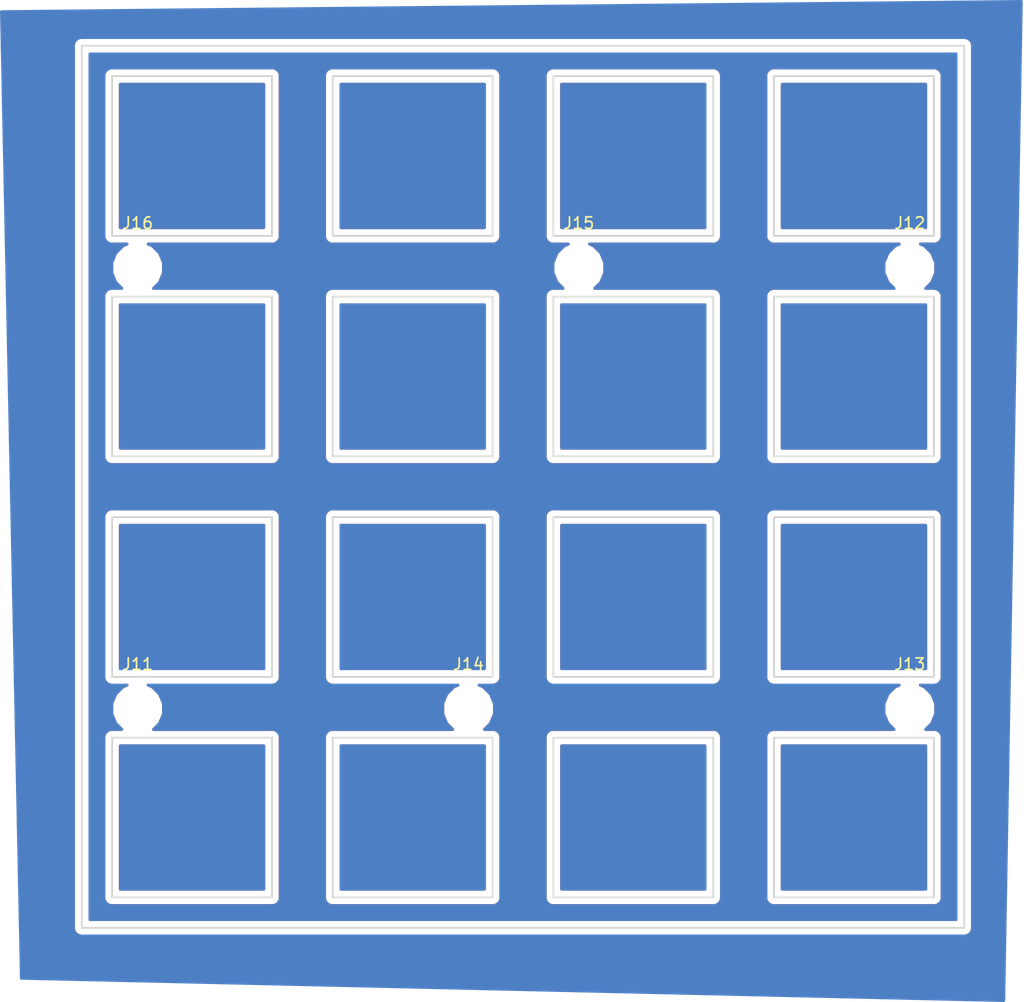
<source format=kicad_pcb>
(kicad_pcb (version 20171130) (host pcbnew "(5.0.0)")

  (general
    (thickness 1.6)
    (drawings 100)
    (tracks 0)
    (zones 0)
    (modules 6)
    (nets 2)
  )

  (page A4)
  (layers
    (0 F.Cu signal)
    (31 B.Cu signal)
    (32 B.Adhes user)
    (33 F.Adhes user)
    (34 B.Paste user)
    (35 F.Paste user)
    (36 B.SilkS user)
    (37 F.SilkS user)
    (38 B.Mask user)
    (39 F.Mask user)
    (40 Dwgs.User user)
    (41 Cmts.User user)
    (42 Eco1.User user)
    (43 Eco2.User user)
    (44 Edge.Cuts user)
    (45 Margin user)
    (46 B.CrtYd user hide)
    (47 F.CrtYd user hide)
    (48 B.Fab user hide)
    (49 F.Fab user hide)
  )

  (setup
    (last_trace_width 0.25)
    (trace_clearance 0.2)
    (zone_clearance 0.508)
    (zone_45_only no)
    (trace_min 0.2)
    (segment_width 0.2)
    (edge_width 0.15)
    (via_size 0.8)
    (via_drill 0.4)
    (via_min_size 0.4)
    (via_min_drill 0.3)
    (uvia_size 0.3)
    (uvia_drill 0.1)
    (uvias_allowed no)
    (uvia_min_size 0.2)
    (uvia_min_drill 0.1)
    (pcb_text_width 0.3)
    (pcb_text_size 1.5 1.5)
    (mod_edge_width 0.15)
    (mod_text_size 1 1)
    (mod_text_width 0.15)
    (pad_size 1.524 1.524)
    (pad_drill 0.762)
    (pad_to_mask_clearance 0.2)
    (aux_axis_origin 0 0)
    (visible_elements 7FFFFFFF)
    (pcbplotparams
      (layerselection 0x010fc_ffffffff)
      (usegerberextensions false)
      (usegerberattributes false)
      (usegerberadvancedattributes false)
      (creategerberjobfile false)
      (excludeedgelayer true)
      (linewidth 0.100000)
      (plotframeref false)
      (viasonmask false)
      (mode 1)
      (useauxorigin false)
      (hpglpennumber 1)
      (hpglpenspeed 20)
      (hpglpendiameter 15.000000)
      (psnegative false)
      (psa4output false)
      (plotreference true)
      (plotvalue true)
      (plotinvisibletext false)
      (padsonsilk false)
      (subtractmaskfromsilk false)
      (outputformat 1)
      (mirror false)
      (drillshape 0)
      (scaleselection 1)
      (outputdirectory "Gerber/"))
  )

  (net 0 "")
  (net 1 GND)

  (net_class Default "This is the default net class."
    (clearance 0.2)
    (trace_width 0.25)
    (via_dia 0.8)
    (via_drill 0.4)
    (uvia_dia 0.3)
    (uvia_drill 0.1)
    (add_net GND)
  )

  (module MountingHole:MountingHole_3.2mm_M3_ISO7380 locked (layer F.Cu) (tedit 56D1B4CB) (tstamp 5BF2CBFD)
    (at 81.026 133.477)
    (descr "Mounting Hole 3.2mm, no annular, M3, ISO7380")
    (tags "mounting hole 3.2mm no annular m3 iso7380")
    (path /5BC7F335)
    (attr virtual)
    (fp_text reference J11 (at 0 -3.85) (layer F.SilkS)
      (effects (font (size 1 1) (thickness 0.15)))
    )
    (fp_text value Conn_01x01 (at 0 3.85) (layer F.Fab)
      (effects (font (size 1 1) (thickness 0.15)))
    )
    (fp_circle (center 0 0) (end 3.1 0) (layer F.CrtYd) (width 0.05))
    (fp_circle (center 0 0) (end 2.85 0) (layer Cmts.User) (width 0.15))
    (fp_text user %R (at 0.3 0) (layer F.Fab)
      (effects (font (size 1 1) (thickness 0.15)))
    )
    (pad 1 np_thru_hole circle (at 0 0) (size 3.2 3.2) (drill 3.2) (layers *.Cu *.Mask)
      (net 1 GND))
  )

  (module MountingHole:MountingHole_3.2mm_M3_ISO7380 locked (layer F.Cu) (tedit 56D1B4CB) (tstamp 5BF2CC15)
    (at 109.601 133.477)
    (descr "Mounting Hole 3.2mm, no annular, M3, ISO7380")
    (tags "mounting hole 3.2mm no annular m3 iso7380")
    (path /5BC7F4B1)
    (attr virtual)
    (fp_text reference J14 (at 0 -3.85) (layer F.SilkS)
      (effects (font (size 1 1) (thickness 0.15)))
    )
    (fp_text value Conn_01x01 (at 0 3.85) (layer F.Fab)
      (effects (font (size 1 1) (thickness 0.15)))
    )
    (fp_circle (center 0 0) (end 3.1 0) (layer F.CrtYd) (width 0.05))
    (fp_circle (center 0 0) (end 2.85 0) (layer Cmts.User) (width 0.15))
    (fp_text user %R (at 0.3 0) (layer F.Fab)
      (effects (font (size 1 1) (thickness 0.15)))
    )
    (pad 1 np_thru_hole circle (at 0 0) (size 3.2 3.2) (drill 3.2) (layers *.Cu *.Mask)
      (net 1 GND))
  )

  (module MountingHole:MountingHole_3.2mm_M3_ISO7380 locked (layer F.Cu) (tedit 56D1B4CB) (tstamp 5BF2CC0D)
    (at 147.701 133.477)
    (descr "Mounting Hole 3.2mm, no annular, M3, ISO7380")
    (tags "mounting hole 3.2mm no annular m3 iso7380")
    (path /5BC7F465)
    (attr virtual)
    (fp_text reference J13 (at 0 -3.85) (layer F.SilkS)
      (effects (font (size 1 1) (thickness 0.15)))
    )
    (fp_text value Conn_01x01 (at 0 3.85) (layer F.Fab)
      (effects (font (size 1 1) (thickness 0.15)))
    )
    (fp_circle (center 0 0) (end 3.1 0) (layer F.CrtYd) (width 0.05))
    (fp_circle (center 0 0) (end 2.85 0) (layer Cmts.User) (width 0.15))
    (fp_text user %R (at 0.3 0) (layer F.Fab)
      (effects (font (size 1 1) (thickness 0.15)))
    )
    (pad 1 np_thru_hole circle (at 0 0) (size 3.2 3.2) (drill 3.2) (layers *.Cu *.Mask)
      (net 1 GND))
  )

  (module MountingHole:MountingHole_3.2mm_M3_ISO7380 locked (layer F.Cu) (tedit 56D1B4CB) (tstamp 5BF2CC05)
    (at 147.701 95.377)
    (descr "Mounting Hole 3.2mm, no annular, M3, ISO7380")
    (tags "mounting hole 3.2mm no annular m3 iso7380")
    (path /5BC7F415)
    (attr virtual)
    (fp_text reference J12 (at 0 -3.85) (layer F.SilkS)
      (effects (font (size 1 1) (thickness 0.15)))
    )
    (fp_text value Conn_01x01 (at 0 3.85) (layer F.Fab)
      (effects (font (size 1 1) (thickness 0.15)))
    )
    (fp_circle (center 0 0) (end 3.1 0) (layer F.CrtYd) (width 0.05))
    (fp_circle (center 0 0) (end 2.85 0) (layer Cmts.User) (width 0.15))
    (fp_text user %R (at 0.3 0) (layer F.Fab)
      (effects (font (size 1 1) (thickness 0.15)))
    )
    (pad 1 np_thru_hole circle (at 0 0) (size 3.2 3.2) (drill 3.2) (layers *.Cu *.Mask)
      (net 1 GND))
  )

  (module MountingHole:MountingHole_3.2mm_M3_ISO7380 locked (layer F.Cu) (tedit 56D1B4CB) (tstamp 5BF2CC1D)
    (at 119.126 95.377)
    (descr "Mounting Hole 3.2mm, no annular, M3, ISO7380")
    (tags "mounting hole 3.2mm no annular m3 iso7380")
    (path /5BC7F4FD)
    (attr virtual)
    (fp_text reference J15 (at 0 -3.85) (layer F.SilkS)
      (effects (font (size 1 1) (thickness 0.15)))
    )
    (fp_text value Conn_01x01 (at 0 3.85) (layer F.Fab)
      (effects (font (size 1 1) (thickness 0.15)))
    )
    (fp_circle (center 0 0) (end 3.1 0) (layer F.CrtYd) (width 0.05))
    (fp_circle (center 0 0) (end 2.85 0) (layer Cmts.User) (width 0.15))
    (fp_text user %R (at 0.3 0) (layer F.Fab)
      (effects (font (size 1 1) (thickness 0.15)))
    )
    (pad 1 np_thru_hole circle (at 0 0) (size 3.2 3.2) (drill 3.2) (layers *.Cu *.Mask)
      (net 1 GND))
  )

  (module MountingHole:MountingHole_3.2mm_M3_ISO7380 locked (layer F.Cu) (tedit 56D1B4CB) (tstamp 5BF2CC25)
    (at 81.026 95.377)
    (descr "Mounting Hole 3.2mm, no annular, M3, ISO7380")
    (tags "mounting hole 3.2mm no annular m3 iso7380")
    (path /5BC7F54B)
    (attr virtual)
    (fp_text reference J16 (at 0 -3.85) (layer F.SilkS)
      (effects (font (size 1 1) (thickness 0.15)))
    )
    (fp_text value Conn_01x01 (at 0 3.85) (layer F.Fab)
      (effects (font (size 1 1) (thickness 0.15)))
    )
    (fp_circle (center 0 0) (end 3.1 0) (layer F.CrtYd) (width 0.05))
    (fp_circle (center 0 0) (end 2.85 0) (layer Cmts.User) (width 0.15))
    (fp_text user %R (at 0.3 0) (layer F.Fab)
      (effects (font (size 1 1) (thickness 0.15)))
    )
    (pad 1 np_thru_hole circle (at 0 0) (size 3.2 3.2) (drill 3.2) (layers *.Cu *.Mask)
      (net 1 GND))
  )

  (gr_line (start 97.87382 149.77618) (end 97.87382 135.97382) (layer Edge.Cuts) (width 0.15) (tstamp 5C22D924))
  (gr_line (start 78.82382 135.97382) (end 92.62618 135.97382) (layer Edge.Cuts) (width 0.15) (tstamp 5C22D923))
  (gr_line (start 92.62618 149.77618) (end 78.82636 149.77618) (layer Edge.Cuts) (width 0.15) (tstamp 5C22D922))
  (gr_line (start 111.67618 135.97382) (end 111.67618 149.77618) (layer Edge.Cuts) (width 0.15) (tstamp 5C22D921))
  (gr_line (start 78.82382 149.77618) (end 78.82382 135.97382) (layer Edge.Cuts) (width 0.15) (tstamp 5C22D920))
  (gr_line (start 92.62618 135.97382) (end 92.62618 149.77618) (layer Edge.Cuts) (width 0.15) (tstamp 5C22D91F))
  (gr_line (start 111.67618 149.77618) (end 97.87636 149.77618) (layer Edge.Cuts) (width 0.15) (tstamp 5C22D91E))
  (gr_line (start 97.87382 135.97382) (end 111.67618 135.97382) (layer Edge.Cuts) (width 0.15) (tstamp 5C22D91D))
  (gr_line (start 116.92636 135.97382) (end 130.72872 135.97382) (layer Edge.Cuts) (width 0.15) (tstamp 5C22D91C))
  (gr_line (start 130.72872 149.77618) (end 116.9289 149.77618) (layer Edge.Cuts) (width 0.15) (tstamp 5C22D91B))
  (gr_line (start 149.77872 149.77618) (end 135.9789 149.77618) (layer Edge.Cuts) (width 0.15) (tstamp 5C22D91A))
  (gr_line (start 135.97636 135.97382) (end 149.77872 135.97382) (layer Edge.Cuts) (width 0.15) (tstamp 5C22D919))
  (gr_line (start 149.77872 135.97382) (end 149.77872 149.77618) (layer Edge.Cuts) (width 0.15) (tstamp 5C22D918))
  (gr_line (start 135.97636 149.77618) (end 135.97636 135.97382) (layer Edge.Cuts) (width 0.15) (tstamp 5C22D917))
  (gr_line (start 130.72872 135.97382) (end 130.72872 149.77618) (layer Edge.Cuts) (width 0.15) (tstamp 5C22D916))
  (gr_line (start 116.92636 149.77618) (end 116.92636 135.97382) (layer Edge.Cuts) (width 0.15) (tstamp 5C22D915))
  (gr_line (start 97.87382 130.72618) (end 97.87382 116.92382) (layer Edge.Cuts) (width 0.15) (tstamp 5C22D903))
  (gr_line (start 78.82382 116.92382) (end 92.62618 116.92382) (layer Edge.Cuts) (width 0.15) (tstamp 5C22D902))
  (gr_line (start 92.62618 130.72618) (end 78.82636 130.72618) (layer Edge.Cuts) (width 0.15) (tstamp 5C22D901))
  (gr_line (start 111.67618 116.92382) (end 111.67618 130.72618) (layer Edge.Cuts) (width 0.15) (tstamp 5C22D900))
  (gr_line (start 78.82382 130.72618) (end 78.82382 116.92382) (layer Edge.Cuts) (width 0.15) (tstamp 5C22D8FF))
  (gr_line (start 92.62618 116.92382) (end 92.62618 130.72618) (layer Edge.Cuts) (width 0.15) (tstamp 5C22D8FE))
  (gr_line (start 111.67618 130.72618) (end 97.87636 130.72618) (layer Edge.Cuts) (width 0.15) (tstamp 5C22D8FD))
  (gr_line (start 97.87382 116.92382) (end 111.67618 116.92382) (layer Edge.Cuts) (width 0.15) (tstamp 5C22D8FC))
  (gr_line (start 116.92636 116.92382) (end 130.72872 116.92382) (layer Edge.Cuts) (width 0.15) (tstamp 5C22D8FB))
  (gr_line (start 130.72872 130.72618) (end 116.9289 130.72618) (layer Edge.Cuts) (width 0.15) (tstamp 5C22D8FA))
  (gr_line (start 149.77872 130.72618) (end 135.9789 130.72618) (layer Edge.Cuts) (width 0.15) (tstamp 5C22D8F9))
  (gr_line (start 135.97636 116.92382) (end 149.77872 116.92382) (layer Edge.Cuts) (width 0.15) (tstamp 5C22D8F8))
  (gr_line (start 149.77872 116.92382) (end 149.77872 130.72618) (layer Edge.Cuts) (width 0.15) (tstamp 5C22D8F7))
  (gr_line (start 135.97636 130.72618) (end 135.97636 116.92382) (layer Edge.Cuts) (width 0.15) (tstamp 5C22D8F6))
  (gr_line (start 130.72872 116.92382) (end 130.72872 130.72618) (layer Edge.Cuts) (width 0.15) (tstamp 5C22D8F5))
  (gr_line (start 116.92636 130.72618) (end 116.92636 116.92382) (layer Edge.Cuts) (width 0.15) (tstamp 5C22D8F4))
  (gr_line (start 97.87128 111.67618) (end 97.87128 97.87382) (layer Edge.Cuts) (width 0.15) (tstamp 5C22D8E2))
  (gr_line (start 78.82128 97.87382) (end 92.62364 97.87382) (layer Edge.Cuts) (width 0.15) (tstamp 5C22D8E1))
  (gr_line (start 92.62364 111.67618) (end 78.82382 111.67618) (layer Edge.Cuts) (width 0.15) (tstamp 5C22D8E0))
  (gr_line (start 111.67364 97.87382) (end 111.67364 111.67618) (layer Edge.Cuts) (width 0.15) (tstamp 5C22D8DF))
  (gr_line (start 78.82128 111.67618) (end 78.82128 97.87382) (layer Edge.Cuts) (width 0.15) (tstamp 5C22D8DE))
  (gr_line (start 92.62364 97.87382) (end 92.62364 111.67618) (layer Edge.Cuts) (width 0.15) (tstamp 5C22D8DD))
  (gr_line (start 111.67364 111.67618) (end 97.87382 111.67618) (layer Edge.Cuts) (width 0.15) (tstamp 5C22D8DC))
  (gr_line (start 97.87128 97.87382) (end 111.67364 97.87382) (layer Edge.Cuts) (width 0.15) (tstamp 5C22D8DB))
  (gr_line (start 116.92382 97.87382) (end 130.72618 97.87382) (layer Edge.Cuts) (width 0.15) (tstamp 5C22D8DA))
  (gr_line (start 130.72618 111.67618) (end 116.92636 111.67618) (layer Edge.Cuts) (width 0.15) (tstamp 5C22D8D9))
  (gr_line (start 149.77618 111.67618) (end 135.97636 111.67618) (layer Edge.Cuts) (width 0.15) (tstamp 5C22D8D8))
  (gr_line (start 135.97382 97.87382) (end 149.77618 97.87382) (layer Edge.Cuts) (width 0.15) (tstamp 5C22D8D7))
  (gr_line (start 149.77618 97.87382) (end 149.77618 111.67618) (layer Edge.Cuts) (width 0.15) (tstamp 5C22D8D6))
  (gr_line (start 135.97382 111.67618) (end 135.97382 97.87382) (layer Edge.Cuts) (width 0.15) (tstamp 5C22D8D5))
  (gr_line (start 130.72618 97.87382) (end 130.72618 111.67618) (layer Edge.Cuts) (width 0.15) (tstamp 5C22D8D4))
  (gr_line (start 116.92382 111.67618) (end 116.92382 97.87382) (layer Edge.Cuts) (width 0.15) (tstamp 5C22D8D3))
  (gr_line (start 78.82128 78.82382) (end 92.62364 78.82382) (layer Edge.Cuts) (width 0.15) (tstamp 5C22D8A9))
  (gr_line (start 92.62364 92.62618) (end 78.82382 92.62618) (layer Edge.Cuts) (width 0.15) (tstamp 5C22D8A8))
  (gr_line (start 111.67364 92.62618) (end 97.87382 92.62618) (layer Edge.Cuts) (width 0.15) (tstamp 5C22D8A7))
  (gr_line (start 97.87128 78.82382) (end 111.67364 78.82382) (layer Edge.Cuts) (width 0.15) (tstamp 5C22D8A6))
  (gr_line (start 111.67364 78.82382) (end 111.67364 92.62618) (layer Edge.Cuts) (width 0.15) (tstamp 5C22D8A5))
  (gr_line (start 97.87128 92.62618) (end 97.87128 78.82382) (layer Edge.Cuts) (width 0.15) (tstamp 5C22D8A4))
  (gr_line (start 92.62364 78.82382) (end 92.62364 92.62618) (layer Edge.Cuts) (width 0.15) (tstamp 5C22D8A3))
  (gr_line (start 78.82128 92.62618) (end 78.82128 78.82382) (layer Edge.Cuts) (width 0.15) (tstamp 5C22D8A2))
  (gr_line (start 130.72618 92.62618) (end 116.92636 92.62618) (layer Edge.Cuts) (width 0.15) (tstamp 5C22D89C))
  (gr_line (start 116.92382 78.82382) (end 130.72618 78.82382) (layer Edge.Cuts) (width 0.15) (tstamp 5C22D89B))
  (gr_line (start 130.72618 78.82382) (end 130.72618 92.62618) (layer Edge.Cuts) (width 0.15) (tstamp 5C22D89A))
  (gr_line (start 116.92382 92.62618) (end 116.92382 78.82382) (layer Edge.Cuts) (width 0.15) (tstamp 5C22D899))
  (gr_line (start 149.77618 92.62618) (end 135.97636 92.62618) (layer Edge.Cuts) (width 0.15))
  (gr_line (start 149.77618 78.82382) (end 149.77618 92.62618) (layer Edge.Cuts) (width 0.15))
  (gr_line (start 135.97382 78.82382) (end 149.77618 78.82382) (layer Edge.Cuts) (width 0.15))
  (gr_line (start 135.97382 92.62618) (end 135.97382 78.82382) (layer Edge.Cuts) (width 0.15))
  (gr_line (start 152.4 152.4) (end 152.4 76.2) (layer Edge.Cuts) (width 0.15))
  (gr_line (start 133.35 152.4) (end 152.4 133.35) (layer Eco1.User) (width 0.2))
  (gr_line (start 152.4 114.3) (end 114.3 152.4) (layer Eco1.User) (width 0.2))
  (gr_line (start 95.25 152.4) (end 152.4 95.25) (layer Eco1.User) (width 0.2))
  (gr_line (start 95.25 76.2) (end 76.2 95.25) (layer Eco1.User) (width 0.2))
  (gr_line (start 76.2 114.3) (end 114.3 76.2) (layer Eco1.User) (width 0.2))
  (gr_line (start 133.35 76.2) (end 76.2 133.35) (layer Eco1.User) (width 0.2))
  (gr_line (start 76.2 152.4) (end 152.4 76.2) (layer Eco1.User) (width 0.2))
  (gr_line (start 76.2 133.35) (end 95.25 152.4) (layer Eco1.User) (width 0.2))
  (gr_line (start 76.2 114.3) (end 114.3 152.4) (layer Eco1.User) (width 0.2))
  (gr_line (start 76.2 95.25) (end 133.35 152.4) (layer Eco1.User) (width 0.2))
  (gr_line (start 133.35 76.2) (end 152.4 95.25) (layer Eco1.User) (width 0.2))
  (gr_line (start 114.3 76.2) (end 152.4 114.3) (layer Eco1.User) (width 0.2))
  (gr_line (start 95.25 76.2) (end 152.4 133.35) (layer Eco1.User) (width 0.2))
  (gr_line (start 76.2 76.2) (end 152.4 152.4) (layer Eco1.User) (width 0.2))
  (gr_line (start 74.93 133.35) (end 157.48 133.35) (layer Eco1.User) (width 0.2))
  (gr_line (start 74.93 114.3) (end 154.94 114.3) (layer Eco1.User) (width 0.2))
  (gr_line (start 74.93 95.25) (end 154.94 95.25) (layer Eco1.User) (width 0.2))
  (gr_line (start 133.35 74.93) (end 133.35 153.67) (layer Eco1.User) (width 0.2))
  (gr_line (start 95.25 74.93) (end 95.25 154.94) (layer Eco1.User) (width 0.2))
  (gr_line (start 75.5015 139.3825) (end 153.924 139.3825) (layer Dwgs.User) (width 0.2))
  (gr_line (start 74.3585 120.3325) (end 154.178 120.3325) (layer Dwgs.User) (width 0.2))
  (gr_line (start 147.701 75.565) (end 147.701 153.67) (layer Dwgs.User) (width 0.2))
  (gr_line (start 119.126 75.057) (end 119.126 153.543) (layer Dwgs.User) (width 0.2))
  (gr_line (start 109.601 75.438) (end 109.601 153.67) (layer Dwgs.User) (width 0.2))
  (gr_line (start 81.026 74.93) (end 81.026 153.67) (layer Dwgs.User) (width 0.2))
  (gr_line (start 74.93 101.2825) (end 153.67 101.2825) (layer Dwgs.User) (width 0.2))
  (gr_line (start 74.8665 82.2325) (end 153.67 82.2325) (layer Dwgs.User) (width 0.2))
  (gr_line (start 74.93 114.3) (end 153.67 114.3) (layer Dwgs.User) (width 0.2))
  (gr_line (start 74.93 133.477) (end 153.67 133.477) (layer Dwgs.User) (width 0.2))
  (gr_line (start 74.93 95.377) (end 153.67 95.377) (layer Dwgs.User) (width 0.2))
  (gr_line (start 151.13 74.93) (end 151.13 153.67) (layer Dwgs.User) (width 0.2))
  (gr_line (start 77.47 74.93) (end 77.47 153.67) (layer Dwgs.User) (width 0.2))
  (gr_line (start 152.4 76.2) (end 76.2 76.2) (layer Edge.Cuts) (width 0.15))
  (gr_line (start 76.2 152.4) (end 152.4 152.4) (layer Edge.Cuts) (width 0.15))
  (gr_line (start 76.2 76.2) (end 76.2 152.4) (layer Edge.Cuts) (width 0.15))

  (zone (net 0) (net_name "") (layer F.Cu) (tstamp 0) (hatch edge 0.508)
    (connect_pads (clearance 0.508))
    (min_thickness 0.254)
    (fill yes (arc_segments 16) (thermal_gap 0.508) (thermal_bridge_width 0.508))
    (polygon
      (pts
        (xy 72.38492 74.23404) (xy 154.81808 74.13244) (xy 154.00782 157.29204) (xy 73.90638 155.16098)
      )
    )
    (filled_polygon
      (pts
        (xy 153.882084 157.16165) (xy 74.031077 155.037253) (xy 72.548905 76.2) (xy 75.476091 76.2) (xy 75.49 76.269926)
        (xy 75.490001 152.330069) (xy 75.476091 152.4) (xy 75.531195 152.677028) (xy 75.688119 152.911881) (xy 75.922972 153.068805)
        (xy 76.130074 153.11) (xy 76.130075 153.11) (xy 76.2 153.123909) (xy 76.269926 153.11) (xy 152.330074 153.11)
        (xy 152.4 153.123909) (xy 152.469925 153.11) (xy 152.469926 153.11) (xy 152.677028 153.068805) (xy 152.911881 152.911881)
        (xy 153.068805 152.677028) (xy 153.123909 152.4) (xy 153.11 152.330074) (xy 153.11 76.269926) (xy 153.123909 76.2)
        (xy 153.068805 75.922972) (xy 152.911881 75.688119) (xy 152.677028 75.531195) (xy 152.469926 75.49) (xy 152.4 75.476091)
        (xy 152.330075 75.49) (xy 76.269925 75.49) (xy 76.2 75.476091) (xy 76.130074 75.49) (xy 75.922972 75.531195)
        (xy 75.688119 75.688119) (xy 75.531195 75.922972) (xy 75.476091 76.2) (xy 72.548905 76.2) (xy 72.514328 74.360881)
        (xy 154.689835 74.259598)
      )
    )
    (filled_polygon
      (pts
        (xy 151.69 151.69) (xy 76.91 151.69) (xy 76.91 116.92382) (xy 78.099911 116.92382) (xy 78.113821 116.993751)
        (xy 78.11382 130.669024) (xy 78.102451 130.72618) (xy 78.11382 130.783336) (xy 78.11382 130.796105) (xy 78.155015 131.003207)
        (xy 78.311939 131.23806) (xy 78.546792 131.394985) (xy 78.82382 131.450089) (xy 78.893745 131.43618) (xy 80.11264 131.43618)
        (xy 79.759974 131.582259) (xy 79.131259 132.210974) (xy 78.791 133.032431) (xy 78.791 133.921569) (xy 79.131259 134.743026)
        (xy 79.652053 135.26382) (xy 78.893746 135.26382) (xy 78.82382 135.249911) (xy 78.753895 135.26382) (xy 78.753894 135.26382)
        (xy 78.546792 135.305015) (xy 78.311939 135.461939) (xy 78.155015 135.696792) (xy 78.099911 135.97382) (xy 78.113821 136.043751)
        (xy 78.11382 149.719024) (xy 78.102451 149.77618) (xy 78.11382 149.833336) (xy 78.11382 149.846105) (xy 78.155015 150.053207)
        (xy 78.311939 150.28806) (xy 78.546792 150.444985) (xy 78.82382 150.500089) (xy 78.893745 150.48618) (xy 92.556255 150.48618)
        (xy 92.62618 150.500089) (xy 92.903208 150.444985) (xy 93.138061 150.288061) (xy 93.294985 150.053208) (xy 93.33618 149.846106)
        (xy 93.33618 149.846105) (xy 93.350089 149.77618) (xy 93.33618 149.706254) (xy 93.33618 136.043746) (xy 93.350089 135.97382)
        (xy 93.294985 135.696792) (xy 93.138061 135.461939) (xy 92.903208 135.305015) (xy 92.696106 135.26382) (xy 92.696105 135.26382)
        (xy 92.62618 135.249911) (xy 92.556254 135.26382) (xy 82.399947 135.26382) (xy 82.920741 134.743026) (xy 83.261 133.921569)
        (xy 83.261 133.032431) (xy 82.920741 132.210974) (xy 82.292026 131.582259) (xy 81.93936 131.43618) (xy 92.556255 131.43618)
        (xy 92.62618 131.450089) (xy 92.903208 131.394985) (xy 93.138061 131.238061) (xy 93.294985 131.003208) (xy 93.33618 130.796106)
        (xy 93.33618 130.796105) (xy 93.350089 130.72618) (xy 93.33618 130.656254) (xy 93.33618 116.993746) (xy 93.350089 116.92382)
        (xy 97.149911 116.92382) (xy 97.163821 116.993751) (xy 97.16382 130.669024) (xy 97.152451 130.72618) (xy 97.16382 130.783336)
        (xy 97.16382 130.796105) (xy 97.205015 131.003207) (xy 97.361939 131.23806) (xy 97.596792 131.394985) (xy 97.87382 131.450089)
        (xy 97.943745 131.43618) (xy 108.68764 131.43618) (xy 108.334974 131.582259) (xy 107.706259 132.210974) (xy 107.366 133.032431)
        (xy 107.366 133.921569) (xy 107.706259 134.743026) (xy 108.227053 135.26382) (xy 97.943746 135.26382) (xy 97.87382 135.249911)
        (xy 97.803895 135.26382) (xy 97.803894 135.26382) (xy 97.596792 135.305015) (xy 97.361939 135.461939) (xy 97.205015 135.696792)
        (xy 97.149911 135.97382) (xy 97.163821 136.043751) (xy 97.16382 149.719024) (xy 97.152451 149.77618) (xy 97.16382 149.833336)
        (xy 97.16382 149.846105) (xy 97.205015 150.053207) (xy 97.361939 150.28806) (xy 97.596792 150.444985) (xy 97.87382 150.500089)
        (xy 97.943745 150.48618) (xy 111.606255 150.48618) (xy 111.67618 150.500089) (xy 111.953208 150.444985) (xy 112.188061 150.288061)
        (xy 112.344985 150.053208) (xy 112.38618 149.846106) (xy 112.38618 149.846105) (xy 112.400089 149.77618) (xy 112.38618 149.706254)
        (xy 112.38618 136.043746) (xy 112.400089 135.97382) (xy 116.202451 135.97382) (xy 116.216361 136.043751) (xy 116.21636 149.719024)
        (xy 116.204991 149.77618) (xy 116.21636 149.833336) (xy 116.21636 149.846105) (xy 116.257555 150.053207) (xy 116.414479 150.28806)
        (xy 116.649332 150.444985) (xy 116.92636 150.500089) (xy 116.996285 150.48618) (xy 130.658795 150.48618) (xy 130.72872 150.500089)
        (xy 131.005748 150.444985) (xy 131.240601 150.288061) (xy 131.397525 150.053208) (xy 131.43872 149.846106) (xy 131.43872 149.846105)
        (xy 131.452629 149.77618) (xy 131.43872 149.706254) (xy 131.43872 136.043746) (xy 131.452629 135.97382) (xy 131.397525 135.696792)
        (xy 131.240601 135.461939) (xy 131.005748 135.305015) (xy 130.798646 135.26382) (xy 130.798645 135.26382) (xy 130.72872 135.249911)
        (xy 130.658794 135.26382) (xy 116.996286 135.26382) (xy 116.92636 135.249911) (xy 116.856435 135.26382) (xy 116.856434 135.26382)
        (xy 116.649332 135.305015) (xy 116.414479 135.461939) (xy 116.257555 135.696792) (xy 116.202451 135.97382) (xy 112.400089 135.97382)
        (xy 112.344985 135.696792) (xy 112.188061 135.461939) (xy 111.953208 135.305015) (xy 111.746106 135.26382) (xy 111.746105 135.26382)
        (xy 111.67618 135.249911) (xy 111.606254 135.26382) (xy 110.974947 135.26382) (xy 111.495741 134.743026) (xy 111.836 133.921569)
        (xy 111.836 133.032431) (xy 111.495741 132.210974) (xy 110.867026 131.582259) (xy 110.51436 131.43618) (xy 111.606255 131.43618)
        (xy 111.67618 131.450089) (xy 111.953208 131.394985) (xy 112.188061 131.238061) (xy 112.344985 131.003208) (xy 112.38618 130.796106)
        (xy 112.38618 130.796105) (xy 112.400089 130.72618) (xy 112.38618 130.656254) (xy 112.38618 116.993746) (xy 112.400089 116.92382)
        (xy 116.202451 116.92382) (xy 116.216361 116.993751) (xy 116.21636 130.669024) (xy 116.204991 130.72618) (xy 116.21636 130.783336)
        (xy 116.21636 130.796105) (xy 116.257555 131.003207) (xy 116.414479 131.23806) (xy 116.649332 131.394985) (xy 116.92636 131.450089)
        (xy 116.996285 131.43618) (xy 130.658795 131.43618) (xy 130.72872 131.450089) (xy 131.005748 131.394985) (xy 131.240601 131.238061)
        (xy 131.397525 131.003208) (xy 131.43872 130.796106) (xy 131.43872 130.796105) (xy 131.452629 130.72618) (xy 131.43872 130.656254)
        (xy 131.43872 116.993746) (xy 131.452629 116.92382) (xy 135.252451 116.92382) (xy 135.266361 116.993751) (xy 135.26636 130.669024)
        (xy 135.254991 130.72618) (xy 135.26636 130.783336) (xy 135.26636 130.796105) (xy 135.307555 131.003207) (xy 135.464479 131.23806)
        (xy 135.699332 131.394985) (xy 135.97636 131.450089) (xy 136.046285 131.43618) (xy 146.78764 131.43618) (xy 146.434974 131.582259)
        (xy 145.806259 132.210974) (xy 145.466 133.032431) (xy 145.466 133.921569) (xy 145.806259 134.743026) (xy 146.327053 135.26382)
        (xy 136.046286 135.26382) (xy 135.97636 135.249911) (xy 135.906435 135.26382) (xy 135.906434 135.26382) (xy 135.699332 135.305015)
        (xy 135.464479 135.461939) (xy 135.307555 135.696792) (xy 135.252451 135.97382) (xy 135.266361 136.043751) (xy 135.26636 149.719024)
        (xy 135.254991 149.77618) (xy 135.26636 149.833336) (xy 135.26636 149.846105) (xy 135.307555 150.053207) (xy 135.464479 150.28806)
        (xy 135.699332 150.444985) (xy 135.97636 150.500089) (xy 136.046285 150.48618) (xy 149.708795 150.48618) (xy 149.77872 150.500089)
        (xy 150.055748 150.444985) (xy 150.290601 150.288061) (xy 150.447525 150.053208) (xy 150.48872 149.846106) (xy 150.48872 149.846105)
        (xy 150.502629 149.77618) (xy 150.48872 149.706254) (xy 150.48872 136.043746) (xy 150.502629 135.97382) (xy 150.447525 135.696792)
        (xy 150.290601 135.461939) (xy 150.055748 135.305015) (xy 149.848646 135.26382) (xy 149.848645 135.26382) (xy 149.77872 135.249911)
        (xy 149.708794 135.26382) (xy 149.074947 135.26382) (xy 149.595741 134.743026) (xy 149.936 133.921569) (xy 149.936 133.032431)
        (xy 149.595741 132.210974) (xy 148.967026 131.582259) (xy 148.61436 131.43618) (xy 149.708795 131.43618) (xy 149.77872 131.450089)
        (xy 150.055748 131.394985) (xy 150.290601 131.238061) (xy 150.447525 131.003208) (xy 150.48872 130.796106) (xy 150.48872 130.796105)
        (xy 150.502629 130.72618) (xy 150.48872 130.656254) (xy 150.48872 116.993746) (xy 150.502629 116.92382) (xy 150.447525 116.646792)
        (xy 150.290601 116.411939) (xy 150.055748 116.255015) (xy 149.848646 116.21382) (xy 149.848645 116.21382) (xy 149.77872 116.199911)
        (xy 149.708794 116.21382) (xy 136.046286 116.21382) (xy 135.97636 116.199911) (xy 135.906435 116.21382) (xy 135.906434 116.21382)
        (xy 135.699332 116.255015) (xy 135.464479 116.411939) (xy 135.307555 116.646792) (xy 135.252451 116.92382) (xy 131.452629 116.92382)
        (xy 131.397525 116.646792) (xy 131.240601 116.411939) (xy 131.005748 116.255015) (xy 130.798646 116.21382) (xy 130.798645 116.21382)
        (xy 130.72872 116.199911) (xy 130.658794 116.21382) (xy 116.996286 116.21382) (xy 116.92636 116.199911) (xy 116.856435 116.21382)
        (xy 116.856434 116.21382) (xy 116.649332 116.255015) (xy 116.414479 116.411939) (xy 116.257555 116.646792) (xy 116.202451 116.92382)
        (xy 112.400089 116.92382) (xy 112.344985 116.646792) (xy 112.188061 116.411939) (xy 111.953208 116.255015) (xy 111.746106 116.21382)
        (xy 111.746105 116.21382) (xy 111.67618 116.199911) (xy 111.606254 116.21382) (xy 97.943746 116.21382) (xy 97.87382 116.199911)
        (xy 97.803895 116.21382) (xy 97.803894 116.21382) (xy 97.596792 116.255015) (xy 97.361939 116.411939) (xy 97.205015 116.646792)
        (xy 97.149911 116.92382) (xy 93.350089 116.92382) (xy 93.294985 116.646792) (xy 93.138061 116.411939) (xy 92.903208 116.255015)
        (xy 92.696106 116.21382) (xy 92.696105 116.21382) (xy 92.62618 116.199911) (xy 92.556254 116.21382) (xy 78.893746 116.21382)
        (xy 78.82382 116.199911) (xy 78.753895 116.21382) (xy 78.753894 116.21382) (xy 78.546792 116.255015) (xy 78.311939 116.411939)
        (xy 78.155015 116.646792) (xy 78.099911 116.92382) (xy 76.91 116.92382) (xy 76.91 78.82382) (xy 78.097371 78.82382)
        (xy 78.111281 78.893751) (xy 78.11128 92.569024) (xy 78.099911 92.62618) (xy 78.11128 92.683336) (xy 78.11128 92.696105)
        (xy 78.152475 92.903207) (xy 78.309399 93.13806) (xy 78.544252 93.294985) (xy 78.82128 93.350089) (xy 78.891205 93.33618)
        (xy 80.11264 93.33618) (xy 79.759974 93.482259) (xy 79.131259 94.110974) (xy 78.791 94.932431) (xy 78.791 95.821569)
        (xy 79.131259 96.643026) (xy 79.652053 97.16382) (xy 78.891206 97.16382) (xy 78.82128 97.149911) (xy 78.751355 97.16382)
        (xy 78.751354 97.16382) (xy 78.544252 97.205015) (xy 78.309399 97.361939) (xy 78.152475 97.596792) (xy 78.097371 97.87382)
        (xy 78.111281 97.943751) (xy 78.11128 111.619024) (xy 78.099911 111.67618) (xy 78.11128 111.733336) (xy 78.11128 111.746105)
        (xy 78.152475 111.953207) (xy 78.309399 112.18806) (xy 78.544252 112.344985) (xy 78.82128 112.400089) (xy 78.891205 112.38618)
        (xy 92.553715 112.38618) (xy 92.62364 112.400089) (xy 92.900668 112.344985) (xy 93.135521 112.188061) (xy 93.292445 111.953208)
        (xy 93.33364 111.746106) (xy 93.33364 111.746105) (xy 93.347549 111.67618) (xy 93.33364 111.606254) (xy 93.33364 97.943746)
        (xy 93.347549 97.87382) (xy 97.147371 97.87382) (xy 97.161281 97.943751) (xy 97.16128 111.619024) (xy 97.149911 111.67618)
        (xy 97.16128 111.733336) (xy 97.16128 111.746105) (xy 97.202475 111.953207) (xy 97.359399 112.18806) (xy 97.594252 112.344985)
        (xy 97.87128 112.400089) (xy 97.941205 112.38618) (xy 111.603715 112.38618) (xy 111.67364 112.400089) (xy 111.950668 112.344985)
        (xy 112.185521 112.188061) (xy 112.342445 111.953208) (xy 112.38364 111.746106) (xy 112.38364 111.746105) (xy 112.397549 111.67618)
        (xy 112.38364 111.606254) (xy 112.38364 97.943746) (xy 112.397549 97.87382) (xy 112.342445 97.596792) (xy 112.185521 97.361939)
        (xy 111.950668 97.205015) (xy 111.743566 97.16382) (xy 111.743565 97.16382) (xy 111.67364 97.149911) (xy 111.603714 97.16382)
        (xy 97.941206 97.16382) (xy 97.87128 97.149911) (xy 97.801355 97.16382) (xy 97.801354 97.16382) (xy 97.594252 97.205015)
        (xy 97.359399 97.361939) (xy 97.202475 97.596792) (xy 97.147371 97.87382) (xy 93.347549 97.87382) (xy 93.292445 97.596792)
        (xy 93.135521 97.361939) (xy 92.900668 97.205015) (xy 92.693566 97.16382) (xy 92.693565 97.16382) (xy 92.62364 97.149911)
        (xy 92.553714 97.16382) (xy 82.399947 97.16382) (xy 82.920741 96.643026) (xy 83.261 95.821569) (xy 83.261 94.932431)
        (xy 82.920741 94.110974) (xy 82.292026 93.482259) (xy 81.93936 93.33618) (xy 92.553715 93.33618) (xy 92.62364 93.350089)
        (xy 92.900668 93.294985) (xy 93.135521 93.138061) (xy 93.292445 92.903208) (xy 93.33364 92.696106) (xy 93.33364 92.696105)
        (xy 93.347549 92.62618) (xy 93.33364 92.556254) (xy 93.33364 78.893746) (xy 93.347549 78.82382) (xy 97.147371 78.82382)
        (xy 97.161281 78.893751) (xy 97.16128 92.569024) (xy 97.149911 92.62618) (xy 97.16128 92.683336) (xy 97.16128 92.696105)
        (xy 97.202475 92.903207) (xy 97.359399 93.13806) (xy 97.594252 93.294985) (xy 97.87128 93.350089) (xy 97.941205 93.33618)
        (xy 111.603715 93.33618) (xy 111.67364 93.350089) (xy 111.950668 93.294985) (xy 112.185521 93.138061) (xy 112.342445 92.903208)
        (xy 112.38364 92.696106) (xy 112.38364 92.696105) (xy 112.397549 92.62618) (xy 112.38364 92.556254) (xy 112.38364 78.893746)
        (xy 112.397549 78.82382) (xy 116.199911 78.82382) (xy 116.213821 78.893751) (xy 116.21382 92.569024) (xy 116.202451 92.62618)
        (xy 116.21382 92.683336) (xy 116.21382 92.696105) (xy 116.255015 92.903207) (xy 116.411939 93.13806) (xy 116.646792 93.294985)
        (xy 116.92382 93.350089) (xy 116.993745 93.33618) (xy 118.21264 93.33618) (xy 117.859974 93.482259) (xy 117.231259 94.110974)
        (xy 116.891 94.932431) (xy 116.891 95.821569) (xy 117.231259 96.643026) (xy 117.752053 97.16382) (xy 116.993746 97.16382)
        (xy 116.92382 97.149911) (xy 116.853895 97.16382) (xy 116.853894 97.16382) (xy 116.646792 97.205015) (xy 116.411939 97.361939)
        (xy 116.255015 97.596792) (xy 116.199911 97.87382) (xy 116.213821 97.943751) (xy 116.21382 111.619024) (xy 116.202451 111.67618)
        (xy 116.21382 111.733336) (xy 116.21382 111.746105) (xy 116.255015 111.953207) (xy 116.411939 112.18806) (xy 116.646792 112.344985)
        (xy 116.92382 112.400089) (xy 116.993745 112.38618) (xy 130.656255 112.38618) (xy 130.72618 112.400089) (xy 131.003208 112.344985)
        (xy 131.238061 112.188061) (xy 131.394985 111.953208) (xy 131.43618 111.746106) (xy 131.43618 111.746105) (xy 131.450089 111.67618)
        (xy 131.43618 111.606254) (xy 131.43618 97.943746) (xy 131.450089 97.87382) (xy 131.394985 97.596792) (xy 131.238061 97.361939)
        (xy 131.003208 97.205015) (xy 130.796106 97.16382) (xy 130.796105 97.16382) (xy 130.72618 97.149911) (xy 130.656254 97.16382)
        (xy 120.499947 97.16382) (xy 121.020741 96.643026) (xy 121.361 95.821569) (xy 121.361 94.932431) (xy 121.020741 94.110974)
        (xy 120.392026 93.482259) (xy 120.03936 93.33618) (xy 130.656255 93.33618) (xy 130.72618 93.350089) (xy 131.003208 93.294985)
        (xy 131.238061 93.138061) (xy 131.394985 92.903208) (xy 131.43618 92.696106) (xy 131.43618 92.696105) (xy 131.450089 92.62618)
        (xy 131.43618 92.556254) (xy 131.43618 78.893746) (xy 131.450089 78.82382) (xy 135.249911 78.82382) (xy 135.263821 78.893751)
        (xy 135.26382 92.569024) (xy 135.252451 92.62618) (xy 135.26382 92.683336) (xy 135.26382 92.696105) (xy 135.305015 92.903207)
        (xy 135.461939 93.13806) (xy 135.696792 93.294985) (xy 135.97382 93.350089) (xy 136.043745 93.33618) (xy 146.78764 93.33618)
        (xy 146.434974 93.482259) (xy 145.806259 94.110974) (xy 145.466 94.932431) (xy 145.466 95.821569) (xy 145.806259 96.643026)
        (xy 146.327053 97.16382) (xy 136.043746 97.16382) (xy 135.97382 97.149911) (xy 135.903895 97.16382) (xy 135.903894 97.16382)
        (xy 135.696792 97.205015) (xy 135.461939 97.361939) (xy 135.305015 97.596792) (xy 135.249911 97.87382) (xy 135.263821 97.943751)
        (xy 135.26382 111.619024) (xy 135.252451 111.67618) (xy 135.26382 111.733336) (xy 135.26382 111.746105) (xy 135.305015 111.953207)
        (xy 135.461939 112.18806) (xy 135.696792 112.344985) (xy 135.97382 112.400089) (xy 136.043745 112.38618) (xy 149.706255 112.38618)
        (xy 149.77618 112.400089) (xy 150.053208 112.344985) (xy 150.288061 112.188061) (xy 150.444985 111.953208) (xy 150.48618 111.746106)
        (xy 150.48618 111.746105) (xy 150.500089 111.67618) (xy 150.48618 111.606254) (xy 150.48618 97.943746) (xy 150.500089 97.87382)
        (xy 150.444985 97.596792) (xy 150.288061 97.361939) (xy 150.053208 97.205015) (xy 149.846106 97.16382) (xy 149.846105 97.16382)
        (xy 149.77618 97.149911) (xy 149.706254 97.16382) (xy 149.074947 97.16382) (xy 149.595741 96.643026) (xy 149.936 95.821569)
        (xy 149.936 94.932431) (xy 149.595741 94.110974) (xy 148.967026 93.482259) (xy 148.61436 93.33618) (xy 149.706255 93.33618)
        (xy 149.77618 93.350089) (xy 150.053208 93.294985) (xy 150.288061 93.138061) (xy 150.444985 92.903208) (xy 150.48618 92.696106)
        (xy 150.48618 92.696105) (xy 150.500089 92.62618) (xy 150.48618 92.556254) (xy 150.48618 78.893746) (xy 150.500089 78.82382)
        (xy 150.444985 78.546792) (xy 150.288061 78.311939) (xy 150.053208 78.155015) (xy 149.846106 78.11382) (xy 149.846105 78.11382)
        (xy 149.77618 78.099911) (xy 149.706254 78.11382) (xy 136.043746 78.11382) (xy 135.97382 78.099911) (xy 135.903895 78.11382)
        (xy 135.903894 78.11382) (xy 135.696792 78.155015) (xy 135.461939 78.311939) (xy 135.305015 78.546792) (xy 135.249911 78.82382)
        (xy 131.450089 78.82382) (xy 131.394985 78.546792) (xy 131.238061 78.311939) (xy 131.003208 78.155015) (xy 130.796106 78.11382)
        (xy 130.796105 78.11382) (xy 130.72618 78.099911) (xy 130.656254 78.11382) (xy 116.993746 78.11382) (xy 116.92382 78.099911)
        (xy 116.853895 78.11382) (xy 116.853894 78.11382) (xy 116.646792 78.155015) (xy 116.411939 78.311939) (xy 116.255015 78.546792)
        (xy 116.199911 78.82382) (xy 112.397549 78.82382) (xy 112.342445 78.546792) (xy 112.185521 78.311939) (xy 111.950668 78.155015)
        (xy 111.743566 78.11382) (xy 111.743565 78.11382) (xy 111.67364 78.099911) (xy 111.603714 78.11382) (xy 97.941206 78.11382)
        (xy 97.87128 78.099911) (xy 97.801355 78.11382) (xy 97.801354 78.11382) (xy 97.594252 78.155015) (xy 97.359399 78.311939)
        (xy 97.202475 78.546792) (xy 97.147371 78.82382) (xy 93.347549 78.82382) (xy 93.292445 78.546792) (xy 93.135521 78.311939)
        (xy 92.900668 78.155015) (xy 92.693566 78.11382) (xy 92.693565 78.11382) (xy 92.62364 78.099911) (xy 92.553714 78.11382)
        (xy 78.891206 78.11382) (xy 78.82128 78.099911) (xy 78.751355 78.11382) (xy 78.751354 78.11382) (xy 78.544252 78.155015)
        (xy 78.309399 78.311939) (xy 78.152475 78.546792) (xy 78.097371 78.82382) (xy 76.91 78.82382) (xy 76.91 76.91)
        (xy 151.690001 76.91)
      )
    )
    (filled_polygon
      (pts
        (xy 110.966181 149.06618) (xy 98.58382 149.06618) (xy 98.58382 136.68382) (xy 110.96618 136.68382)
      )
    )
    (filled_polygon
      (pts
        (xy 110.966181 130.01618) (xy 98.58382 130.01618) (xy 98.58382 117.63382) (xy 110.96618 117.63382)
      )
    )
    (filled_polygon
      (pts
        (xy 130.018721 149.06618) (xy 117.63636 149.06618) (xy 117.63636 136.68382) (xy 130.01872 136.68382)
      )
    )
    (filled_polygon
      (pts
        (xy 91.916181 149.06618) (xy 79.53382 149.06618) (xy 79.53382 136.68382) (xy 91.91618 136.68382)
      )
    )
    (filled_polygon
      (pts
        (xy 91.916181 130.01618) (xy 79.53382 130.01618) (xy 79.53382 117.63382) (xy 91.91618 117.63382)
      )
    )
    (filled_polygon
      (pts
        (xy 149.068721 149.06618) (xy 136.68636 149.06618) (xy 136.68636 136.68382) (xy 149.06872 136.68382)
      )
    )
    (filled_polygon
      (pts
        (xy 149.068721 130.01618) (xy 136.68636 130.01618) (xy 136.68636 117.63382) (xy 149.06872 117.63382)
      )
    )
    (filled_polygon
      (pts
        (xy 130.018721 130.01618) (xy 117.63636 130.01618) (xy 117.63636 117.63382) (xy 130.01872 117.63382)
      )
    )
    (filled_polygon
      (pts
        (xy 130.016181 110.96618) (xy 117.63382 110.96618) (xy 117.63382 98.58382) (xy 130.01618 98.58382)
      )
    )
    (filled_polygon
      (pts
        (xy 130.016181 91.91618) (xy 117.63382 91.91618) (xy 117.63382 79.53382) (xy 130.01618 79.53382)
      )
    )
    (filled_polygon
      (pts
        (xy 149.066181 110.96618) (xy 136.68382 110.96618) (xy 136.68382 98.58382) (xy 149.06618 98.58382)
      )
    )
    (filled_polygon
      (pts
        (xy 149.066181 91.91618) (xy 136.68382 91.91618) (xy 136.68382 79.53382) (xy 149.06618 79.53382)
      )
    )
    (filled_polygon
      (pts
        (xy 110.963641 110.96618) (xy 98.58128 110.96618) (xy 98.58128 98.58382) (xy 110.96364 98.58382)
      )
    )
    (filled_polygon
      (pts
        (xy 91.913641 110.96618) (xy 79.53128 110.96618) (xy 79.53128 98.58382) (xy 91.91364 98.58382)
      )
    )
    (filled_polygon
      (pts
        (xy 91.913641 91.91618) (xy 79.53128 91.91618) (xy 79.53128 79.53382) (xy 91.91364 79.53382)
      )
    )
    (filled_polygon
      (pts
        (xy 110.963641 91.91618) (xy 98.58128 91.91618) (xy 98.58128 79.53382) (xy 110.96364 79.53382)
      )
    )
  )
  (zone (net 0) (net_name "") (layer B.Cu) (tstamp 0) (hatch edge 0.508)
    (connect_pads (clearance 0.508))
    (min_thickness 0.254)
    (fill yes (arc_segments 16) (thermal_gap 0.508) (thermal_bridge_width 0.508))
    (polygon
      (pts
        (xy 69.14134 73.13422) (xy 70.866 156.88564) (xy 155.93314 158.8135) (xy 157.4546 72.2503)
      )
    )
    (filled_polygon
      (pts
        (xy 155.808403 158.683641) (xy 70.990469 156.761429) (xy 69.3315 76.2) (xy 75.476091 76.2) (xy 75.49 76.269926)
        (xy 75.490001 152.330069) (xy 75.476091 152.4) (xy 75.531195 152.677028) (xy 75.688119 152.911881) (xy 75.922972 153.068805)
        (xy 76.130074 153.11) (xy 76.130075 153.11) (xy 76.2 153.123909) (xy 76.269926 153.11) (xy 152.330074 153.11)
        (xy 152.4 153.123909) (xy 152.469925 153.11) (xy 152.469926 153.11) (xy 152.677028 153.068805) (xy 152.911881 152.911881)
        (xy 153.068805 152.677028) (xy 153.123909 152.4) (xy 153.11 152.330074) (xy 153.11 76.269926) (xy 153.123909 76.2)
        (xy 153.068805 75.922972) (xy 152.911881 75.688119) (xy 152.677028 75.531195) (xy 152.469926 75.49) (xy 152.4 75.476091)
        (xy 152.330075 75.49) (xy 76.269925 75.49) (xy 76.2 75.476091) (xy 76.130074 75.49) (xy 75.922972 75.531195)
        (xy 75.688119 75.688119) (xy 75.531195 75.922972) (xy 75.476091 76.2) (xy 69.3315 76.2) (xy 69.270956 73.259929)
        (xy 157.325326 72.378601)
      )
    )
    (filled_polygon
      (pts
        (xy 151.69 151.69) (xy 76.91 151.69) (xy 76.91 116.92382) (xy 78.099911 116.92382) (xy 78.113821 116.993751)
        (xy 78.11382 130.669024) (xy 78.102451 130.72618) (xy 78.11382 130.783336) (xy 78.11382 130.796105) (xy 78.155015 131.003207)
        (xy 78.311939 131.23806) (xy 78.546792 131.394985) (xy 78.82382 131.450089) (xy 78.893745 131.43618) (xy 80.11264 131.43618)
        (xy 79.759974 131.582259) (xy 79.131259 132.210974) (xy 78.791 133.032431) (xy 78.791 133.921569) (xy 79.131259 134.743026)
        (xy 79.652053 135.26382) (xy 78.893746 135.26382) (xy 78.82382 135.249911) (xy 78.753895 135.26382) (xy 78.753894 135.26382)
        (xy 78.546792 135.305015) (xy 78.311939 135.461939) (xy 78.155015 135.696792) (xy 78.099911 135.97382) (xy 78.113821 136.043751)
        (xy 78.11382 149.719024) (xy 78.102451 149.77618) (xy 78.11382 149.833336) (xy 78.11382 149.846105) (xy 78.155015 150.053207)
        (xy 78.311939 150.28806) (xy 78.546792 150.444985) (xy 78.82382 150.500089) (xy 78.893745 150.48618) (xy 92.556255 150.48618)
        (xy 92.62618 150.500089) (xy 92.903208 150.444985) (xy 93.138061 150.288061) (xy 93.294985 150.053208) (xy 93.33618 149.846106)
        (xy 93.33618 149.846105) (xy 93.350089 149.77618) (xy 93.33618 149.706254) (xy 93.33618 136.043746) (xy 93.350089 135.97382)
        (xy 93.294985 135.696792) (xy 93.138061 135.461939) (xy 92.903208 135.305015) (xy 92.696106 135.26382) (xy 92.696105 135.26382)
        (xy 92.62618 135.249911) (xy 92.556254 135.26382) (xy 82.399947 135.26382) (xy 82.920741 134.743026) (xy 83.261 133.921569)
        (xy 83.261 133.032431) (xy 82.920741 132.210974) (xy 82.292026 131.582259) (xy 81.93936 131.43618) (xy 92.556255 131.43618)
        (xy 92.62618 131.450089) (xy 92.903208 131.394985) (xy 93.138061 131.238061) (xy 93.294985 131.003208) (xy 93.33618 130.796106)
        (xy 93.33618 130.796105) (xy 93.350089 130.72618) (xy 93.33618 130.656254) (xy 93.33618 116.993746) (xy 93.350089 116.92382)
        (xy 97.149911 116.92382) (xy 97.163821 116.993751) (xy 97.16382 130.669024) (xy 97.152451 130.72618) (xy 97.16382 130.783336)
        (xy 97.16382 130.796105) (xy 97.205015 131.003207) (xy 97.361939 131.23806) (xy 97.596792 131.394985) (xy 97.87382 131.450089)
        (xy 97.943745 131.43618) (xy 108.68764 131.43618) (xy 108.334974 131.582259) (xy 107.706259 132.210974) (xy 107.366 133.032431)
        (xy 107.366 133.921569) (xy 107.706259 134.743026) (xy 108.227053 135.26382) (xy 97.943746 135.26382) (xy 97.87382 135.249911)
        (xy 97.803895 135.26382) (xy 97.803894 135.26382) (xy 97.596792 135.305015) (xy 97.361939 135.461939) (xy 97.205015 135.696792)
        (xy 97.149911 135.97382) (xy 97.163821 136.043751) (xy 97.16382 149.719024) (xy 97.152451 149.77618) (xy 97.16382 149.833336)
        (xy 97.16382 149.846105) (xy 97.205015 150.053207) (xy 97.361939 150.28806) (xy 97.596792 150.444985) (xy 97.87382 150.500089)
        (xy 97.943745 150.48618) (xy 111.606255 150.48618) (xy 111.67618 150.500089) (xy 111.953208 150.444985) (xy 112.188061 150.288061)
        (xy 112.344985 150.053208) (xy 112.38618 149.846106) (xy 112.38618 149.846105) (xy 112.400089 149.77618) (xy 112.38618 149.706254)
        (xy 112.38618 136.043746) (xy 112.400089 135.97382) (xy 116.202451 135.97382) (xy 116.216361 136.043751) (xy 116.21636 149.719024)
        (xy 116.204991 149.77618) (xy 116.21636 149.833336) (xy 116.21636 149.846105) (xy 116.257555 150.053207) (xy 116.414479 150.28806)
        (xy 116.649332 150.444985) (xy 116.92636 150.500089) (xy 116.996285 150.48618) (xy 130.658795 150.48618) (xy 130.72872 150.500089)
        (xy 131.005748 150.444985) (xy 131.240601 150.288061) (xy 131.397525 150.053208) (xy 131.43872 149.846106) (xy 131.43872 149.846105)
        (xy 131.452629 149.77618) (xy 131.43872 149.706254) (xy 131.43872 136.043746) (xy 131.452629 135.97382) (xy 131.397525 135.696792)
        (xy 131.240601 135.461939) (xy 131.005748 135.305015) (xy 130.798646 135.26382) (xy 130.798645 135.26382) (xy 130.72872 135.249911)
        (xy 130.658794 135.26382) (xy 116.996286 135.26382) (xy 116.92636 135.249911) (xy 116.856435 135.26382) (xy 116.856434 135.26382)
        (xy 116.649332 135.305015) (xy 116.414479 135.461939) (xy 116.257555 135.696792) (xy 116.202451 135.97382) (xy 112.400089 135.97382)
        (xy 112.344985 135.696792) (xy 112.188061 135.461939) (xy 111.953208 135.305015) (xy 111.746106 135.26382) (xy 111.746105 135.26382)
        (xy 111.67618 135.249911) (xy 111.606254 135.26382) (xy 110.974947 135.26382) (xy 111.495741 134.743026) (xy 111.836 133.921569)
        (xy 111.836 133.032431) (xy 111.495741 132.210974) (xy 110.867026 131.582259) (xy 110.51436 131.43618) (xy 111.606255 131.43618)
        (xy 111.67618 131.450089) (xy 111.953208 131.394985) (xy 112.188061 131.238061) (xy 112.344985 131.003208) (xy 112.38618 130.796106)
        (xy 112.38618 130.796105) (xy 112.400089 130.72618) (xy 112.38618 130.656254) (xy 112.38618 116.993746) (xy 112.400089 116.92382)
        (xy 116.202451 116.92382) (xy 116.216361 116.993751) (xy 116.21636 130.669024) (xy 116.204991 130.72618) (xy 116.21636 130.783336)
        (xy 116.21636 130.796105) (xy 116.257555 131.003207) (xy 116.414479 131.23806) (xy 116.649332 131.394985) (xy 116.92636 131.450089)
        (xy 116.996285 131.43618) (xy 130.658795 131.43618) (xy 130.72872 131.450089) (xy 131.005748 131.394985) (xy 131.240601 131.238061)
        (xy 131.397525 131.003208) (xy 131.43872 130.796106) (xy 131.43872 130.796105) (xy 131.452629 130.72618) (xy 131.43872 130.656254)
        (xy 131.43872 116.993746) (xy 131.452629 116.92382) (xy 135.252451 116.92382) (xy 135.266361 116.993751) (xy 135.26636 130.669024)
        (xy 135.254991 130.72618) (xy 135.26636 130.783336) (xy 135.26636 130.796105) (xy 135.307555 131.003207) (xy 135.464479 131.23806)
        (xy 135.699332 131.394985) (xy 135.97636 131.450089) (xy 136.046285 131.43618) (xy 146.78764 131.43618) (xy 146.434974 131.582259)
        (xy 145.806259 132.210974) (xy 145.466 133.032431) (xy 145.466 133.921569) (xy 145.806259 134.743026) (xy 146.327053 135.26382)
        (xy 136.046286 135.26382) (xy 135.97636 135.249911) (xy 135.906435 135.26382) (xy 135.906434 135.26382) (xy 135.699332 135.305015)
        (xy 135.464479 135.461939) (xy 135.307555 135.696792) (xy 135.252451 135.97382) (xy 135.266361 136.043751) (xy 135.26636 149.719024)
        (xy 135.254991 149.77618) (xy 135.26636 149.833336) (xy 135.26636 149.846105) (xy 135.307555 150.053207) (xy 135.464479 150.28806)
        (xy 135.699332 150.444985) (xy 135.97636 150.500089) (xy 136.046285 150.48618) (xy 149.708795 150.48618) (xy 149.77872 150.500089)
        (xy 150.055748 150.444985) (xy 150.290601 150.288061) (xy 150.447525 150.053208) (xy 150.48872 149.846106) (xy 150.48872 149.846105)
        (xy 150.502629 149.77618) (xy 150.48872 149.706254) (xy 150.48872 136.043746) (xy 150.502629 135.97382) (xy 150.447525 135.696792)
        (xy 150.290601 135.461939) (xy 150.055748 135.305015) (xy 149.848646 135.26382) (xy 149.848645 135.26382) (xy 149.77872 135.249911)
        (xy 149.708794 135.26382) (xy 149.074947 135.26382) (xy 149.595741 134.743026) (xy 149.936 133.921569) (xy 149.936 133.032431)
        (xy 149.595741 132.210974) (xy 148.967026 131.582259) (xy 148.61436 131.43618) (xy 149.708795 131.43618) (xy 149.77872 131.450089)
        (xy 150.055748 131.394985) (xy 150.290601 131.238061) (xy 150.447525 131.003208) (xy 150.48872 130.796106) (xy 150.48872 130.796105)
        (xy 150.502629 130.72618) (xy 150.48872 130.656254) (xy 150.48872 116.993746) (xy 150.502629 116.92382) (xy 150.447525 116.646792)
        (xy 150.290601 116.411939) (xy 150.055748 116.255015) (xy 149.848646 116.21382) (xy 149.848645 116.21382) (xy 149.77872 116.199911)
        (xy 149.708794 116.21382) (xy 136.046286 116.21382) (xy 135.97636 116.199911) (xy 135.906435 116.21382) (xy 135.906434 116.21382)
        (xy 135.699332 116.255015) (xy 135.464479 116.411939) (xy 135.307555 116.646792) (xy 135.252451 116.92382) (xy 131.452629 116.92382)
        (xy 131.397525 116.646792) (xy 131.240601 116.411939) (xy 131.005748 116.255015) (xy 130.798646 116.21382) (xy 130.798645 116.21382)
        (xy 130.72872 116.199911) (xy 130.658794 116.21382) (xy 116.996286 116.21382) (xy 116.92636 116.199911) (xy 116.856435 116.21382)
        (xy 116.856434 116.21382) (xy 116.649332 116.255015) (xy 116.414479 116.411939) (xy 116.257555 116.646792) (xy 116.202451 116.92382)
        (xy 112.400089 116.92382) (xy 112.344985 116.646792) (xy 112.188061 116.411939) (xy 111.953208 116.255015) (xy 111.746106 116.21382)
        (xy 111.746105 116.21382) (xy 111.67618 116.199911) (xy 111.606254 116.21382) (xy 97.943746 116.21382) (xy 97.87382 116.199911)
        (xy 97.803895 116.21382) (xy 97.803894 116.21382) (xy 97.596792 116.255015) (xy 97.361939 116.411939) (xy 97.205015 116.646792)
        (xy 97.149911 116.92382) (xy 93.350089 116.92382) (xy 93.294985 116.646792) (xy 93.138061 116.411939) (xy 92.903208 116.255015)
        (xy 92.696106 116.21382) (xy 92.696105 116.21382) (xy 92.62618 116.199911) (xy 92.556254 116.21382) (xy 78.893746 116.21382)
        (xy 78.82382 116.199911) (xy 78.753895 116.21382) (xy 78.753894 116.21382) (xy 78.546792 116.255015) (xy 78.311939 116.411939)
        (xy 78.155015 116.646792) (xy 78.099911 116.92382) (xy 76.91 116.92382) (xy 76.91 78.82382) (xy 78.097371 78.82382)
        (xy 78.111281 78.893751) (xy 78.11128 92.569024) (xy 78.099911 92.62618) (xy 78.11128 92.683336) (xy 78.11128 92.696105)
        (xy 78.152475 92.903207) (xy 78.309399 93.13806) (xy 78.544252 93.294985) (xy 78.82128 93.350089) (xy 78.891205 93.33618)
        (xy 80.11264 93.33618) (xy 79.759974 93.482259) (xy 79.131259 94.110974) (xy 78.791 94.932431) (xy 78.791 95.821569)
        (xy 79.131259 96.643026) (xy 79.652053 97.16382) (xy 78.891206 97.16382) (xy 78.82128 97.149911) (xy 78.751355 97.16382)
        (xy 78.751354 97.16382) (xy 78.544252 97.205015) (xy 78.309399 97.361939) (xy 78.152475 97.596792) (xy 78.097371 97.87382)
        (xy 78.111281 97.943751) (xy 78.11128 111.619024) (xy 78.099911 111.67618) (xy 78.11128 111.733336) (xy 78.11128 111.746105)
        (xy 78.152475 111.953207) (xy 78.309399 112.18806) (xy 78.544252 112.344985) (xy 78.82128 112.400089) (xy 78.891205 112.38618)
        (xy 92.553715 112.38618) (xy 92.62364 112.400089) (xy 92.900668 112.344985) (xy 93.135521 112.188061) (xy 93.292445 111.953208)
        (xy 93.33364 111.746106) (xy 93.33364 111.746105) (xy 93.347549 111.67618) (xy 93.33364 111.606254) (xy 93.33364 97.943746)
        (xy 93.347549 97.87382) (xy 97.147371 97.87382) (xy 97.161281 97.943751) (xy 97.16128 111.619024) (xy 97.149911 111.67618)
        (xy 97.16128 111.733336) (xy 97.16128 111.746105) (xy 97.202475 111.953207) (xy 97.359399 112.18806) (xy 97.594252 112.344985)
        (xy 97.87128 112.400089) (xy 97.941205 112.38618) (xy 111.603715 112.38618) (xy 111.67364 112.400089) (xy 111.950668 112.344985)
        (xy 112.185521 112.188061) (xy 112.342445 111.953208) (xy 112.38364 111.746106) (xy 112.38364 111.746105) (xy 112.397549 111.67618)
        (xy 112.38364 111.606254) (xy 112.38364 97.943746) (xy 112.397549 97.87382) (xy 112.342445 97.596792) (xy 112.185521 97.361939)
        (xy 111.950668 97.205015) (xy 111.743566 97.16382) (xy 111.743565 97.16382) (xy 111.67364 97.149911) (xy 111.603714 97.16382)
        (xy 97.941206 97.16382) (xy 97.87128 97.149911) (xy 97.801355 97.16382) (xy 97.801354 97.16382) (xy 97.594252 97.205015)
        (xy 97.359399 97.361939) (xy 97.202475 97.596792) (xy 97.147371 97.87382) (xy 93.347549 97.87382) (xy 93.292445 97.596792)
        (xy 93.135521 97.361939) (xy 92.900668 97.205015) (xy 92.693566 97.16382) (xy 92.693565 97.16382) (xy 92.62364 97.149911)
        (xy 92.553714 97.16382) (xy 82.399947 97.16382) (xy 82.920741 96.643026) (xy 83.261 95.821569) (xy 83.261 94.932431)
        (xy 82.920741 94.110974) (xy 82.292026 93.482259) (xy 81.93936 93.33618) (xy 92.553715 93.33618) (xy 92.62364 93.350089)
        (xy 92.900668 93.294985) (xy 93.135521 93.138061) (xy 93.292445 92.903208) (xy 93.33364 92.696106) (xy 93.33364 92.696105)
        (xy 93.347549 92.62618) (xy 93.33364 92.556254) (xy 93.33364 78.893746) (xy 93.347549 78.82382) (xy 97.147371 78.82382)
        (xy 97.161281 78.893751) (xy 97.16128 92.569024) (xy 97.149911 92.62618) (xy 97.16128 92.683336) (xy 97.16128 92.696105)
        (xy 97.202475 92.903207) (xy 97.359399 93.13806) (xy 97.594252 93.294985) (xy 97.87128 93.350089) (xy 97.941205 93.33618)
        (xy 111.603715 93.33618) (xy 111.67364 93.350089) (xy 111.950668 93.294985) (xy 112.185521 93.138061) (xy 112.342445 92.903208)
        (xy 112.38364 92.696106) (xy 112.38364 92.696105) (xy 112.397549 92.62618) (xy 112.38364 92.556254) (xy 112.38364 78.893746)
        (xy 112.397549 78.82382) (xy 116.199911 78.82382) (xy 116.213821 78.893751) (xy 116.21382 92.569024) (xy 116.202451 92.62618)
        (xy 116.21382 92.683336) (xy 116.21382 92.696105) (xy 116.255015 92.903207) (xy 116.411939 93.13806) (xy 116.646792 93.294985)
        (xy 116.92382 93.350089) (xy 116.993745 93.33618) (xy 118.21264 93.33618) (xy 117.859974 93.482259) (xy 117.231259 94.110974)
        (xy 116.891 94.932431) (xy 116.891 95.821569) (xy 117.231259 96.643026) (xy 117.752053 97.16382) (xy 116.993746 97.16382)
        (xy 116.92382 97.149911) (xy 116.853895 97.16382) (xy 116.853894 97.16382) (xy 116.646792 97.205015) (xy 116.411939 97.361939)
        (xy 116.255015 97.596792) (xy 116.199911 97.87382) (xy 116.213821 97.943751) (xy 116.21382 111.619024) (xy 116.202451 111.67618)
        (xy 116.21382 111.733336) (xy 116.21382 111.746105) (xy 116.255015 111.953207) (xy 116.411939 112.18806) (xy 116.646792 112.344985)
        (xy 116.92382 112.400089) (xy 116.993745 112.38618) (xy 130.656255 112.38618) (xy 130.72618 112.400089) (xy 131.003208 112.344985)
        (xy 131.238061 112.188061) (xy 131.394985 111.953208) (xy 131.43618 111.746106) (xy 131.43618 111.746105) (xy 131.450089 111.67618)
        (xy 131.43618 111.606254) (xy 131.43618 97.943746) (xy 131.450089 97.87382) (xy 131.394985 97.596792) (xy 131.238061 97.361939)
        (xy 131.003208 97.205015) (xy 130.796106 97.16382) (xy 130.796105 97.16382) (xy 130.72618 97.149911) (xy 130.656254 97.16382)
        (xy 120.499947 97.16382) (xy 121.020741 96.643026) (xy 121.361 95.821569) (xy 121.361 94.932431) (xy 121.020741 94.110974)
        (xy 120.392026 93.482259) (xy 120.03936 93.33618) (xy 130.656255 93.33618) (xy 130.72618 93.350089) (xy 131.003208 93.294985)
        (xy 131.238061 93.138061) (xy 131.394985 92.903208) (xy 131.43618 92.696106) (xy 131.43618 92.696105) (xy 131.450089 92.62618)
        (xy 131.43618 92.556254) (xy 131.43618 78.893746) (xy 131.450089 78.82382) (xy 135.249911 78.82382) (xy 135.263821 78.893751)
        (xy 135.26382 92.569024) (xy 135.252451 92.62618) (xy 135.26382 92.683336) (xy 135.26382 92.696105) (xy 135.305015 92.903207)
        (xy 135.461939 93.13806) (xy 135.696792 93.294985) (xy 135.97382 93.350089) (xy 136.043745 93.33618) (xy 146.78764 93.33618)
        (xy 146.434974 93.482259) (xy 145.806259 94.110974) (xy 145.466 94.932431) (xy 145.466 95.821569) (xy 145.806259 96.643026)
        (xy 146.327053 97.16382) (xy 136.043746 97.16382) (xy 135.97382 97.149911) (xy 135.903895 97.16382) (xy 135.903894 97.16382)
        (xy 135.696792 97.205015) (xy 135.461939 97.361939) (xy 135.305015 97.596792) (xy 135.249911 97.87382) (xy 135.263821 97.943751)
        (xy 135.26382 111.619024) (xy 135.252451 111.67618) (xy 135.26382 111.733336) (xy 135.26382 111.746105) (xy 135.305015 111.953207)
        (xy 135.461939 112.18806) (xy 135.696792 112.344985) (xy 135.97382 112.400089) (xy 136.043745 112.38618) (xy 149.706255 112.38618)
        (xy 149.77618 112.400089) (xy 150.053208 112.344985) (xy 150.288061 112.188061) (xy 150.444985 111.953208) (xy 150.48618 111.746106)
        (xy 150.48618 111.746105) (xy 150.500089 111.67618) (xy 150.48618 111.606254) (xy 150.48618 97.943746) (xy 150.500089 97.87382)
        (xy 150.444985 97.596792) (xy 150.288061 97.361939) (xy 150.053208 97.205015) (xy 149.846106 97.16382) (xy 149.846105 97.16382)
        (xy 149.77618 97.149911) (xy 149.706254 97.16382) (xy 149.074947 97.16382) (xy 149.595741 96.643026) (xy 149.936 95.821569)
        (xy 149.936 94.932431) (xy 149.595741 94.110974) (xy 148.967026 93.482259) (xy 148.61436 93.33618) (xy 149.706255 93.33618)
        (xy 149.77618 93.350089) (xy 150.053208 93.294985) (xy 150.288061 93.138061) (xy 150.444985 92.903208) (xy 150.48618 92.696106)
        (xy 150.48618 92.696105) (xy 150.500089 92.62618) (xy 150.48618 92.556254) (xy 150.48618 78.893746) (xy 150.500089 78.82382)
        (xy 150.444985 78.546792) (xy 150.288061 78.311939) (xy 150.053208 78.155015) (xy 149.846106 78.11382) (xy 149.846105 78.11382)
        (xy 149.77618 78.099911) (xy 149.706254 78.11382) (xy 136.043746 78.11382) (xy 135.97382 78.099911) (xy 135.903895 78.11382)
        (xy 135.903894 78.11382) (xy 135.696792 78.155015) (xy 135.461939 78.311939) (xy 135.305015 78.546792) (xy 135.249911 78.82382)
        (xy 131.450089 78.82382) (xy 131.394985 78.546792) (xy 131.238061 78.311939) (xy 131.003208 78.155015) (xy 130.796106 78.11382)
        (xy 130.796105 78.11382) (xy 130.72618 78.099911) (xy 130.656254 78.11382) (xy 116.993746 78.11382) (xy 116.92382 78.099911)
        (xy 116.853895 78.11382) (xy 116.853894 78.11382) (xy 116.646792 78.155015) (xy 116.411939 78.311939) (xy 116.255015 78.546792)
        (xy 116.199911 78.82382) (xy 112.397549 78.82382) (xy 112.342445 78.546792) (xy 112.185521 78.311939) (xy 111.950668 78.155015)
        (xy 111.743566 78.11382) (xy 111.743565 78.11382) (xy 111.67364 78.099911) (xy 111.603714 78.11382) (xy 97.941206 78.11382)
        (xy 97.87128 78.099911) (xy 97.801355 78.11382) (xy 97.801354 78.11382) (xy 97.594252 78.155015) (xy 97.359399 78.311939)
        (xy 97.202475 78.546792) (xy 97.147371 78.82382) (xy 93.347549 78.82382) (xy 93.292445 78.546792) (xy 93.135521 78.311939)
        (xy 92.900668 78.155015) (xy 92.693566 78.11382) (xy 92.693565 78.11382) (xy 92.62364 78.099911) (xy 92.553714 78.11382)
        (xy 78.891206 78.11382) (xy 78.82128 78.099911) (xy 78.751355 78.11382) (xy 78.751354 78.11382) (xy 78.544252 78.155015)
        (xy 78.309399 78.311939) (xy 78.152475 78.546792) (xy 78.097371 78.82382) (xy 76.91 78.82382) (xy 76.91 76.91)
        (xy 151.690001 76.91)
      )
    )
    (filled_polygon
      (pts
        (xy 110.966181 149.06618) (xy 98.58382 149.06618) (xy 98.58382 136.68382) (xy 110.96618 136.68382)
      )
    )
    (filled_polygon
      (pts
        (xy 110.966181 130.01618) (xy 98.58382 130.01618) (xy 98.58382 117.63382) (xy 110.96618 117.63382)
      )
    )
    (filled_polygon
      (pts
        (xy 130.018721 149.06618) (xy 117.63636 149.06618) (xy 117.63636 136.68382) (xy 130.01872 136.68382)
      )
    )
    (filled_polygon
      (pts
        (xy 91.916181 149.06618) (xy 79.53382 149.06618) (xy 79.53382 136.68382) (xy 91.91618 136.68382)
      )
    )
    (filled_polygon
      (pts
        (xy 91.916181 130.01618) (xy 79.53382 130.01618) (xy 79.53382 117.63382) (xy 91.91618 117.63382)
      )
    )
    (filled_polygon
      (pts
        (xy 149.068721 149.06618) (xy 136.68636 149.06618) (xy 136.68636 136.68382) (xy 149.06872 136.68382)
      )
    )
    (filled_polygon
      (pts
        (xy 149.068721 130.01618) (xy 136.68636 130.01618) (xy 136.68636 117.63382) (xy 149.06872 117.63382)
      )
    )
    (filled_polygon
      (pts
        (xy 130.018721 130.01618) (xy 117.63636 130.01618) (xy 117.63636 117.63382) (xy 130.01872 117.63382)
      )
    )
    (filled_polygon
      (pts
        (xy 130.016181 110.96618) (xy 117.63382 110.96618) (xy 117.63382 98.58382) (xy 130.01618 98.58382)
      )
    )
    (filled_polygon
      (pts
        (xy 130.016181 91.91618) (xy 117.63382 91.91618) (xy 117.63382 79.53382) (xy 130.01618 79.53382)
      )
    )
    (filled_polygon
      (pts
        (xy 149.066181 110.96618) (xy 136.68382 110.96618) (xy 136.68382 98.58382) (xy 149.06618 98.58382)
      )
    )
    (filled_polygon
      (pts
        (xy 149.066181 91.91618) (xy 136.68382 91.91618) (xy 136.68382 79.53382) (xy 149.06618 79.53382)
      )
    )
    (filled_polygon
      (pts
        (xy 110.963641 110.96618) (xy 98.58128 110.96618) (xy 98.58128 98.58382) (xy 110.96364 98.58382)
      )
    )
    (filled_polygon
      (pts
        (xy 91.913641 110.96618) (xy 79.53128 110.96618) (xy 79.53128 98.58382) (xy 91.91364 98.58382)
      )
    )
    (filled_polygon
      (pts
        (xy 91.913641 91.91618) (xy 79.53128 91.91618) (xy 79.53128 79.53382) (xy 91.91364 79.53382)
      )
    )
    (filled_polygon
      (pts
        (xy 110.963641 91.91618) (xy 98.58128 91.91618) (xy 98.58128 79.53382) (xy 110.96364 79.53382)
      )
    )
  )
)

</source>
